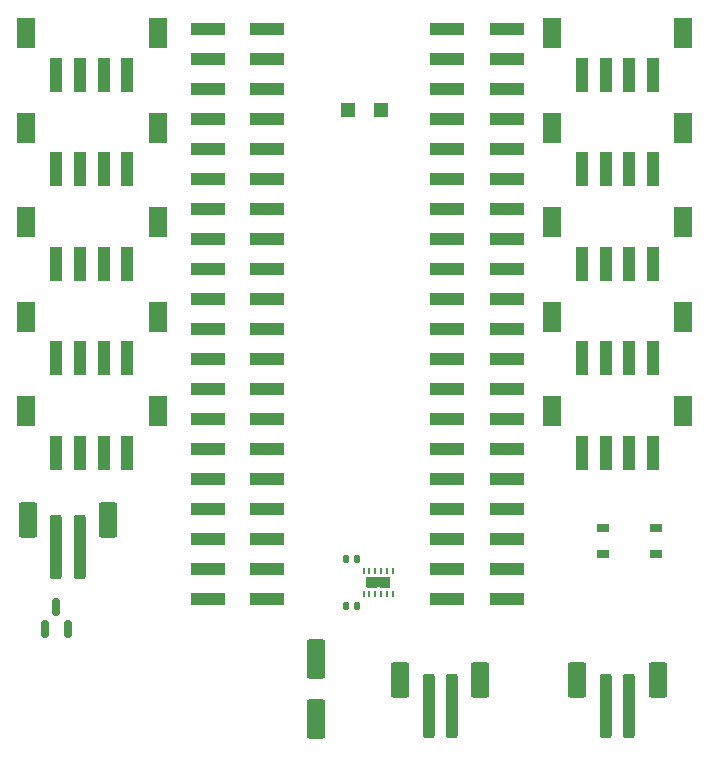
<source format=gtp>
%TF.GenerationSoftware,KiCad,Pcbnew,8.0.4*%
%TF.CreationDate,2024-09-18T19:52:04+02:00*%
%TF.ProjectId,fredo,66726564-6f2e-46b6-9963-61645f706362,rev?*%
%TF.SameCoordinates,Original*%
%TF.FileFunction,Paste,Top*%
%TF.FilePolarity,Positive*%
%FSLAX46Y46*%
G04 Gerber Fmt 4.6, Leading zero omitted, Abs format (unit mm)*
G04 Created by KiCad (PCBNEW 8.0.4) date 2024-09-18 19:52:04*
%MOMM*%
%LPD*%
G01*
G04 APERTURE LIST*
G04 Aperture macros list*
%AMRoundRect*
0 Rectangle with rounded corners*
0 $1 Rounding radius*
0 $2 $3 $4 $5 $6 $7 $8 $9 X,Y pos of 4 corners*
0 Add a 4 corners polygon primitive as box body*
4,1,4,$2,$3,$4,$5,$6,$7,$8,$9,$2,$3,0*
0 Add four circle primitives for the rounded corners*
1,1,$1+$1,$2,$3*
1,1,$1+$1,$4,$5*
1,1,$1+$1,$6,$7*
1,1,$1+$1,$8,$9*
0 Add four rect primitives between the rounded corners*
20,1,$1+$1,$2,$3,$4,$5,0*
20,1,$1+$1,$4,$5,$6,$7,0*
20,1,$1+$1,$6,$7,$8,$9,0*
20,1,$1+$1,$8,$9,$2,$3,0*%
G04 Aperture macros list end*
%ADD10C,0.000000*%
%ADD11R,1.200000X1.200000*%
%ADD12R,1.000000X3.000000*%
%ADD13R,1.550000X2.600000*%
%ADD14R,0.990600X0.711200*%
%ADD15R,0.249999X0.499999*%
%ADD16R,2.000001X0.900001*%
%ADD17RoundRect,0.250000X-0.250000X-2.500000X0.250000X-2.500000X0.250000X2.500000X-0.250000X2.500000X0*%
%ADD18RoundRect,0.250000X-0.550000X-1.250000X0.550000X-1.250000X0.550000X1.250000X-0.550000X1.250000X0*%
%ADD19R,3.000000X1.000000*%
%ADD20RoundRect,0.140000X-0.140000X-0.170000X0.140000X-0.170000X0.140000X0.170000X-0.140000X0.170000X0*%
%ADD21RoundRect,0.250000X-0.550000X1.412500X-0.550000X-1.412500X0.550000X-1.412500X0.550000X1.412500X0*%
%ADD22RoundRect,0.150000X0.150000X-0.587500X0.150000X0.587500X-0.150000X0.587500X-0.150000X-0.587500X0*%
G04 APERTURE END LIST*
D10*
%TO.C,U1*%
G36*
X62610158Y-84550953D02*
G01*
X62619444Y-84553770D01*
X62628001Y-84558345D01*
X62635504Y-84564499D01*
X62641659Y-84572002D01*
X62646233Y-84580560D01*
X62649050Y-84589846D01*
X62650003Y-84599503D01*
X62650003Y-85400502D01*
X62649050Y-85410159D01*
X62646233Y-85419445D01*
X62641659Y-85428003D01*
X62635504Y-85435506D01*
X62628001Y-85441660D01*
X62619444Y-85446235D01*
X62610158Y-85449052D01*
X62600501Y-85450004D01*
X61799502Y-85450004D01*
X61789844Y-85449052D01*
X61780558Y-85446235D01*
X61772001Y-85441660D01*
X61764498Y-85435506D01*
X61758343Y-85428003D01*
X61753769Y-85419445D01*
X61750952Y-85410159D01*
X61750002Y-85400502D01*
X61750002Y-84599503D01*
X61750952Y-84589846D01*
X61753769Y-84580560D01*
X61758343Y-84572002D01*
X61764498Y-84564499D01*
X61772001Y-84558345D01*
X61780558Y-84553770D01*
X61789844Y-84550953D01*
X61799502Y-84550003D01*
X62600501Y-84550003D01*
X62610158Y-84550953D01*
G37*
G36*
X63710156Y-84550953D02*
G01*
X63719442Y-84553770D01*
X63727999Y-84558345D01*
X63735502Y-84564499D01*
X63741657Y-84572002D01*
X63746231Y-84580560D01*
X63749048Y-84589846D01*
X63749998Y-84599503D01*
X63749998Y-85400502D01*
X63749048Y-85410159D01*
X63746231Y-85419445D01*
X63741657Y-85428003D01*
X63735502Y-85435506D01*
X63727999Y-85441660D01*
X63719442Y-85446235D01*
X63710156Y-85449052D01*
X63700498Y-85450004D01*
X62899499Y-85450004D01*
X62889842Y-85449052D01*
X62880556Y-85446235D01*
X62871999Y-85441660D01*
X62864496Y-85435506D01*
X62858341Y-85428003D01*
X62853767Y-85419445D01*
X62850950Y-85410159D01*
X62849997Y-85400502D01*
X62849997Y-84599503D01*
X62850950Y-84589846D01*
X62853767Y-84580560D01*
X62858341Y-84572002D01*
X62864496Y-84564499D01*
X62871999Y-84558345D01*
X62880556Y-84553770D01*
X62889842Y-84550953D01*
X62899499Y-84550003D01*
X63700498Y-84550003D01*
X63710156Y-84550953D01*
G37*
%TD*%
D11*
%TO.C,D1*%
X63000000Y-45000000D03*
X60200000Y-45000000D03*
%TD*%
D12*
%TO.C,A1*%
X80000000Y-66000000D03*
X82000000Y-66000000D03*
X84000000Y-66000000D03*
X86000000Y-66000000D03*
D13*
X77425000Y-62510840D03*
X88575000Y-62510840D03*
%TD*%
D14*
%TO.C,SW1*%
X81749999Y-80425001D03*
X86250001Y-80425001D03*
X81749999Y-82574999D03*
X86250001Y-82574999D03*
%TD*%
D15*
%TO.C,U1*%
X61500000Y-85950001D03*
X62000002Y-85950001D03*
X62500000Y-85950001D03*
X63000000Y-85950001D03*
X63500001Y-85950001D03*
X64000000Y-85950001D03*
X64000000Y-84050002D03*
X63500001Y-84050002D03*
X63000000Y-84050002D03*
X62500000Y-84050002D03*
X62000002Y-84050002D03*
X61500000Y-84050002D03*
D16*
X62750000Y-85000000D03*
%TD*%
D17*
%TO.C,MotL1*%
X67000000Y-95500000D03*
X69000000Y-95500000D03*
D18*
X64600000Y-93250000D03*
X71400000Y-93250000D03*
%TD*%
D19*
%TO.C,J1*%
X53340000Y-38100000D03*
X48300000Y-38100000D03*
X53340000Y-40640000D03*
X48300000Y-40640000D03*
X53340000Y-43180000D03*
X48300000Y-43180000D03*
X53340000Y-45720000D03*
X48300000Y-45720000D03*
X53340000Y-48260000D03*
X48300000Y-48260000D03*
X53340000Y-50800000D03*
X48300000Y-50800000D03*
X53340000Y-53340000D03*
X48300000Y-53340000D03*
X53340000Y-55880000D03*
X48300000Y-55880000D03*
X53340000Y-58420000D03*
X48300000Y-58420000D03*
X53340000Y-60960000D03*
X48300000Y-60960000D03*
X53340000Y-63500000D03*
X48300000Y-63500000D03*
X53340000Y-66040000D03*
X48300000Y-66040000D03*
X53340000Y-68580000D03*
X48300000Y-68580000D03*
X53340000Y-71120000D03*
X48300000Y-71120000D03*
X53340000Y-73660000D03*
X48300000Y-73660000D03*
X53340000Y-76200000D03*
X48300000Y-76200000D03*
X53340000Y-78740000D03*
X48300000Y-78740000D03*
X53340000Y-81280000D03*
X48300000Y-81280000D03*
X53340000Y-83820000D03*
X48300000Y-83820000D03*
X53340000Y-86360000D03*
X48300000Y-86360000D03*
%TD*%
D12*
%TO.C,D20*%
X35500000Y-74000000D03*
X37500000Y-74000000D03*
X39500000Y-74000000D03*
X41500000Y-74000000D03*
D13*
X32925000Y-70510840D03*
X44075000Y-70510840D03*
%TD*%
D12*
%TO.C,I2C1*%
X80000000Y-50000000D03*
X82000000Y-50000000D03*
X84000000Y-50000000D03*
X86000000Y-50000000D03*
D13*
X77425000Y-46510840D03*
X88575000Y-46510840D03*
%TD*%
D12*
%TO.C,A2*%
X80000000Y-74000000D03*
X82000000Y-74000000D03*
X84000000Y-74000000D03*
X86000000Y-74000000D03*
D13*
X77425000Y-70510840D03*
X88575000Y-70510840D03*
%TD*%
D17*
%TO.C,BAT0*%
X35500000Y-82000000D03*
X37500000Y-82000000D03*
D18*
X33100000Y-79750000D03*
X39900000Y-79750000D03*
%TD*%
D19*
%TO.C,J2*%
X73620000Y-38100000D03*
X68580000Y-38100000D03*
X73620000Y-40640000D03*
X68580000Y-40640000D03*
X73620000Y-43180000D03*
X68580000Y-43180000D03*
X73620000Y-45720000D03*
X68580000Y-45720000D03*
X73620000Y-48260000D03*
X68580000Y-48260000D03*
X73620000Y-50800000D03*
X68580000Y-50800000D03*
X73620000Y-53340000D03*
X68580000Y-53340000D03*
X73620000Y-55880000D03*
X68580000Y-55880000D03*
X73620000Y-58420000D03*
X68580000Y-58420000D03*
X73620000Y-60960000D03*
X68580000Y-60960000D03*
X73620000Y-63500000D03*
X68580000Y-63500000D03*
X73620000Y-66040000D03*
X68580000Y-66040000D03*
X73620000Y-68580000D03*
X68580000Y-68580000D03*
X73620000Y-71120000D03*
X68580000Y-71120000D03*
X73620000Y-73660000D03*
X68580000Y-73660000D03*
X73620000Y-76200000D03*
X68580000Y-76200000D03*
X73620000Y-78740000D03*
X68580000Y-78740000D03*
X73620000Y-81280000D03*
X68580000Y-81280000D03*
X73620000Y-83820000D03*
X68580000Y-83820000D03*
X73620000Y-86360000D03*
X68580000Y-86360000D03*
%TD*%
D12*
%TO.C,UART1*%
X35500000Y-50000000D03*
X37500000Y-50000000D03*
X39500000Y-50000000D03*
X41500000Y-50000000D03*
D13*
X32925000Y-46510840D03*
X44075000Y-46510840D03*
%TD*%
D12*
%TO.C,I2C0*%
X80000000Y-42000000D03*
X82000000Y-42000000D03*
X84000000Y-42000000D03*
X86000000Y-42000000D03*
D13*
X77425000Y-38510840D03*
X88575000Y-38510840D03*
%TD*%
D17*
%TO.C,MotR1*%
X82000000Y-95500000D03*
X84000000Y-95500000D03*
D18*
X79600000Y-93250000D03*
X86400000Y-93250000D03*
%TD*%
D20*
%TO.C,C2*%
X60020000Y-83000000D03*
X60980000Y-83000000D03*
%TD*%
D12*
%TO.C,A0*%
X80000000Y-58000000D03*
X82000000Y-58000000D03*
X84000000Y-58000000D03*
X86000000Y-58000000D03*
D13*
X77425000Y-54510840D03*
X88575000Y-54510840D03*
%TD*%
D12*
%TO.C,D18*%
X35500000Y-66000000D03*
X37500000Y-66000000D03*
X39500000Y-66000000D03*
X41500000Y-66000000D03*
D13*
X32925000Y-62510840D03*
X44075000Y-62510840D03*
%TD*%
D21*
%TO.C,C3*%
X57500000Y-91462500D03*
X57500000Y-96537500D03*
%TD*%
D12*
%TO.C,UART0*%
X35500000Y-42000000D03*
X37500000Y-42000000D03*
X39500000Y-42000000D03*
X41500000Y-42000000D03*
D13*
X32925000Y-38510840D03*
X44075000Y-38510840D03*
%TD*%
D22*
%TO.C,Q1*%
X34550000Y-88937500D03*
X36450000Y-88937500D03*
X35500000Y-87062500D03*
%TD*%
D20*
%TO.C,C1*%
X60020000Y-87000000D03*
X60980000Y-87000000D03*
%TD*%
D12*
%TO.C,D16*%
X35500000Y-58000000D03*
X37500000Y-58000000D03*
X39500000Y-58000000D03*
X41500000Y-58000000D03*
D13*
X32925000Y-54510840D03*
X44075000Y-54510840D03*
%TD*%
M02*

</source>
